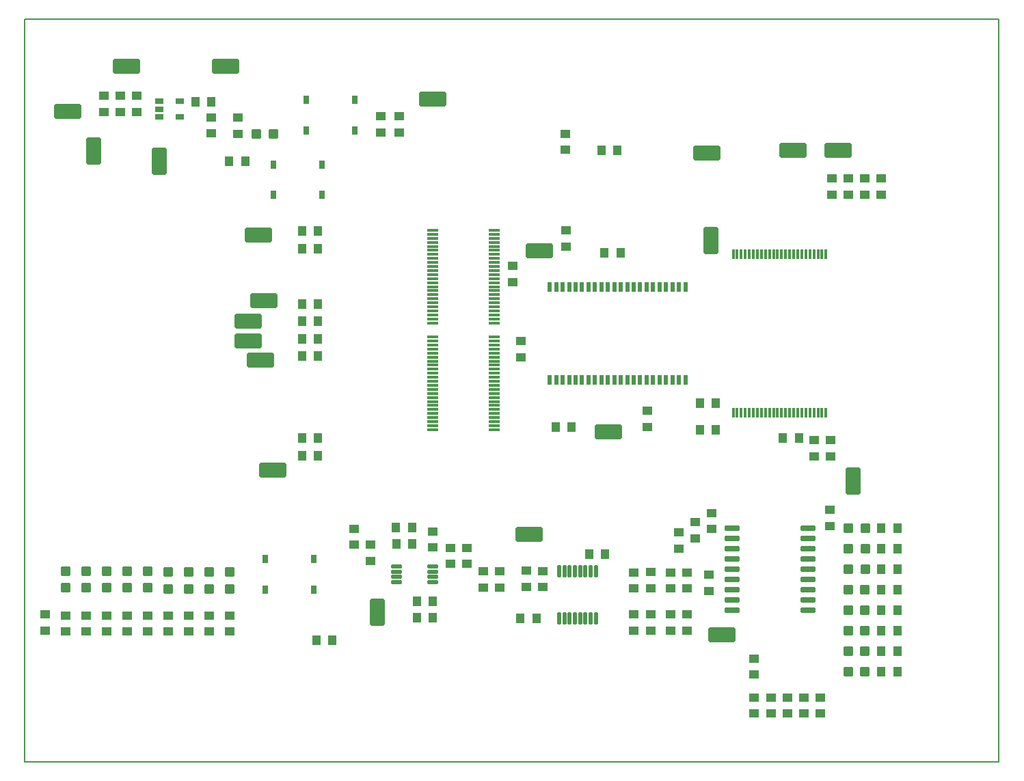
<source format=gtp>
G04*
G04 #@! TF.GenerationSoftware,Altium Limited,Altium Designer,19.1.9 (167)*
G04*
G04 Layer_Color=8421504*
%FSLAX25Y25*%
%MOIN*%
G70*
G01*
G75*
%ADD13C,0.00500*%
G04:AMPARAMS|DCode=19|XSize=39.37mil|YSize=29.53mil|CornerRadius=2.95mil|HoleSize=0mil|Usage=FLASHONLY|Rotation=90.000|XOffset=0mil|YOffset=0mil|HoleType=Round|Shape=RoundedRectangle|*
%AMROUNDEDRECTD19*
21,1,0.03937,0.02362,0,0,90.0*
21,1,0.03347,0.02953,0,0,90.0*
1,1,0.00591,0.01181,0.01673*
1,1,0.00591,0.01181,-0.01673*
1,1,0.00591,-0.01181,-0.01673*
1,1,0.00591,-0.01181,0.01673*
%
%ADD19ROUNDEDRECTD19*%
G04:AMPARAMS|DCode=20|XSize=17.72mil|YSize=59.06mil|CornerRadius=2.22mil|HoleSize=0mil|Usage=FLASHONLY|Rotation=180.000|XOffset=0mil|YOffset=0mil|HoleType=Round|Shape=RoundedRectangle|*
%AMROUNDEDRECTD20*
21,1,0.01772,0.05463,0,0,180.0*
21,1,0.01329,0.05906,0,0,180.0*
1,1,0.00443,-0.00664,0.02731*
1,1,0.00443,0.00664,0.02731*
1,1,0.00443,0.00664,-0.02731*
1,1,0.00443,-0.00664,-0.02731*
%
%ADD20ROUNDEDRECTD20*%
G04:AMPARAMS|DCode=21|XSize=23.62mil|YSize=43.31mil|CornerRadius=2.36mil|HoleSize=0mil|Usage=FLASHONLY|Rotation=90.000|XOffset=0mil|YOffset=0mil|HoleType=Round|Shape=RoundedRectangle|*
%AMROUNDEDRECTD21*
21,1,0.02362,0.03858,0,0,90.0*
21,1,0.01890,0.04331,0,0,90.0*
1,1,0.00472,0.01929,0.00945*
1,1,0.00472,0.01929,-0.00945*
1,1,0.00472,-0.01929,-0.00945*
1,1,0.00472,-0.01929,0.00945*
%
%ADD21ROUNDEDRECTD21*%
G04:AMPARAMS|DCode=22|XSize=17.72mil|YSize=53.15mil|CornerRadius=4.43mil|HoleSize=0mil|Usage=FLASHONLY|Rotation=90.000|XOffset=0mil|YOffset=0mil|HoleType=Round|Shape=RoundedRectangle|*
%AMROUNDEDRECTD22*
21,1,0.01772,0.04429,0,0,90.0*
21,1,0.00886,0.05315,0,0,90.0*
1,1,0.00886,0.02215,0.00443*
1,1,0.00886,0.02215,-0.00443*
1,1,0.00886,-0.02215,-0.00443*
1,1,0.00886,-0.02215,0.00443*
%
%ADD22ROUNDEDRECTD22*%
G04:AMPARAMS|DCode=23|XSize=11.81mil|YSize=55.12mil|CornerRadius=1.18mil|HoleSize=0mil|Usage=FLASHONLY|Rotation=270.000|XOffset=0mil|YOffset=0mil|HoleType=Round|Shape=RoundedRectangle|*
%AMROUNDEDRECTD23*
21,1,0.01181,0.05276,0,0,270.0*
21,1,0.00945,0.05512,0,0,270.0*
1,1,0.00236,-0.02638,-0.00472*
1,1,0.00236,-0.02638,0.00472*
1,1,0.00236,0.02638,0.00472*
1,1,0.00236,0.02638,-0.00472*
%
%ADD23ROUNDEDRECTD23*%
G04:AMPARAMS|DCode=24|XSize=23.62mil|YSize=74.8mil|CornerRadius=3.54mil|HoleSize=0mil|Usage=FLASHONLY|Rotation=90.000|XOffset=0mil|YOffset=0mil|HoleType=Round|Shape=RoundedRectangle|*
%AMROUNDEDRECTD24*
21,1,0.02362,0.06772,0,0,90.0*
21,1,0.01654,0.07480,0,0,90.0*
1,1,0.00709,0.03386,0.00827*
1,1,0.00709,0.03386,-0.00827*
1,1,0.00709,-0.03386,-0.00827*
1,1,0.00709,-0.03386,0.00827*
%
%ADD24ROUNDEDRECTD24*%
G04:AMPARAMS|DCode=25|XSize=135.04mil|YSize=70.08mil|CornerRadius=7.01mil|HoleSize=0mil|Usage=FLASHONLY|Rotation=90.000|XOffset=0mil|YOffset=0mil|HoleType=Round|Shape=RoundedRectangle|*
%AMROUNDEDRECTD25*
21,1,0.13504,0.05606,0,0,90.0*
21,1,0.12102,0.07008,0,0,90.0*
1,1,0.01402,0.02803,0.06051*
1,1,0.01402,0.02803,-0.06051*
1,1,0.01402,-0.02803,-0.06051*
1,1,0.01402,-0.02803,0.06051*
%
%ADD25ROUNDEDRECTD25*%
G04:AMPARAMS|DCode=26|XSize=47.24mil|YSize=47.24mil|CornerRadius=4.72mil|HoleSize=0mil|Usage=FLASHONLY|Rotation=0.000|XOffset=0mil|YOffset=0mil|HoleType=Round|Shape=RoundedRectangle|*
%AMROUNDEDRECTD26*
21,1,0.04724,0.03780,0,0,0.0*
21,1,0.03780,0.04724,0,0,0.0*
1,1,0.00945,0.01890,-0.01890*
1,1,0.00945,-0.01890,-0.01890*
1,1,0.00945,-0.01890,0.01890*
1,1,0.00945,0.01890,0.01890*
%
%ADD26ROUNDEDRECTD26*%
G04:AMPARAMS|DCode=27|XSize=11.81mil|YSize=49.21mil|CornerRadius=1.18mil|HoleSize=0mil|Usage=FLASHONLY|Rotation=0.000|XOffset=0mil|YOffset=0mil|HoleType=Round|Shape=RoundedRectangle|*
%AMROUNDEDRECTD27*
21,1,0.01181,0.04685,0,0,0.0*
21,1,0.00945,0.04921,0,0,0.0*
1,1,0.00236,0.00472,-0.02343*
1,1,0.00236,-0.00472,-0.02343*
1,1,0.00236,-0.00472,0.02343*
1,1,0.00236,0.00472,0.02343*
%
%ADD27ROUNDEDRECTD27*%
G04:AMPARAMS|DCode=28|XSize=21.65mil|YSize=47.24mil|CornerRadius=2.17mil|HoleSize=0mil|Usage=FLASHONLY|Rotation=180.000|XOffset=0mil|YOffset=0mil|HoleType=Round|Shape=RoundedRectangle|*
%AMROUNDEDRECTD28*
21,1,0.02165,0.04291,0,0,180.0*
21,1,0.01732,0.04724,0,0,180.0*
1,1,0.00433,-0.00866,0.02146*
1,1,0.00433,0.00866,0.02146*
1,1,0.00433,0.00866,-0.02146*
1,1,0.00433,-0.00866,-0.02146*
%
%ADD28ROUNDEDRECTD28*%
G04:AMPARAMS|DCode=29|XSize=39.37mil|YSize=49.21mil|CornerRadius=3.94mil|HoleSize=0mil|Usage=FLASHONLY|Rotation=180.000|XOffset=0mil|YOffset=0mil|HoleType=Round|Shape=RoundedRectangle|*
%AMROUNDEDRECTD29*
21,1,0.03937,0.04134,0,0,180.0*
21,1,0.03150,0.04921,0,0,180.0*
1,1,0.00787,-0.01575,0.02067*
1,1,0.00787,0.01575,0.02067*
1,1,0.00787,0.01575,-0.02067*
1,1,0.00787,-0.01575,-0.02067*
%
%ADD29ROUNDEDRECTD29*%
G04:AMPARAMS|DCode=30|XSize=135.04mil|YSize=70.08mil|CornerRadius=7.01mil|HoleSize=0mil|Usage=FLASHONLY|Rotation=0.000|XOffset=0mil|YOffset=0mil|HoleType=Round|Shape=RoundedRectangle|*
%AMROUNDEDRECTD30*
21,1,0.13504,0.05606,0,0,0.0*
21,1,0.12102,0.07008,0,0,0.0*
1,1,0.01402,0.06051,-0.02803*
1,1,0.01402,-0.06051,-0.02803*
1,1,0.01402,-0.06051,0.02803*
1,1,0.01402,0.06051,0.02803*
%
%ADD30ROUNDEDRECTD30*%
G04:AMPARAMS|DCode=31|XSize=39.37mil|YSize=49.21mil|CornerRadius=3.94mil|HoleSize=0mil|Usage=FLASHONLY|Rotation=270.000|XOffset=0mil|YOffset=0mil|HoleType=Round|Shape=RoundedRectangle|*
%AMROUNDEDRECTD31*
21,1,0.03937,0.04134,0,0,270.0*
21,1,0.03150,0.04921,0,0,270.0*
1,1,0.00787,-0.02067,-0.01575*
1,1,0.00787,-0.02067,0.01575*
1,1,0.00787,0.02067,0.01575*
1,1,0.00787,0.02067,-0.01575*
%
%ADD31ROUNDEDRECTD31*%
G04:AMPARAMS|DCode=32|XSize=47.24mil|YSize=47.24mil|CornerRadius=4.72mil|HoleSize=0mil|Usage=FLASHONLY|Rotation=90.000|XOffset=0mil|YOffset=0mil|HoleType=Round|Shape=RoundedRectangle|*
%AMROUNDEDRECTD32*
21,1,0.04724,0.03780,0,0,90.0*
21,1,0.03780,0.04724,0,0,90.0*
1,1,0.00945,0.01890,0.01890*
1,1,0.00945,0.01890,-0.01890*
1,1,0.00945,-0.01890,-0.01890*
1,1,0.00945,-0.01890,0.01890*
%
%ADD32ROUNDEDRECTD32*%
D13*
X0Y0D02*
X475000D01*
Y362500D01*
X0Y0D02*
Y362500D01*
X475000D01*
D19*
X117189Y98882D02*
D03*
X140811D02*
D03*
X117189Y84118D02*
D03*
X140811D02*
D03*
X160811Y308118D02*
D03*
X137189D02*
D03*
X160811Y322882D02*
D03*
X137189D02*
D03*
X121189Y291382D02*
D03*
X144811D02*
D03*
X121189Y276618D02*
D03*
X144811D02*
D03*
D20*
X273339Y92917D02*
D03*
X270779D02*
D03*
X278457D02*
D03*
X275898D02*
D03*
X268220D02*
D03*
X278457Y70083D02*
D03*
X275898D02*
D03*
X270779D02*
D03*
X268220D02*
D03*
X273339D02*
D03*
X265661Y92917D02*
D03*
X263102D02*
D03*
X260543D02*
D03*
X265661Y70083D02*
D03*
X263102D02*
D03*
X260543D02*
D03*
D21*
X75618Y322240D02*
D03*
Y314760D02*
D03*
X65382Y318500D02*
D03*
Y322240D02*
D03*
Y314760D02*
D03*
D22*
X198760Y95339D02*
D03*
Y92779D02*
D03*
Y90220D02*
D03*
Y87661D02*
D03*
X181240D02*
D03*
Y95339D02*
D03*
Y92779D02*
D03*
Y90220D02*
D03*
D23*
X199017Y259378D02*
D03*
Y257410D02*
D03*
Y255441D02*
D03*
Y253472D02*
D03*
Y251504D02*
D03*
Y249535D02*
D03*
Y247567D02*
D03*
Y245598D02*
D03*
Y243630D02*
D03*
Y241661D02*
D03*
Y239693D02*
D03*
Y237724D02*
D03*
Y235756D02*
D03*
Y233787D02*
D03*
Y231819D02*
D03*
Y229850D02*
D03*
Y227882D02*
D03*
Y225913D02*
D03*
Y223945D02*
D03*
Y221976D02*
D03*
Y220008D02*
D03*
Y218039D02*
D03*
Y216071D02*
D03*
Y214102D02*
D03*
X228938Y259378D02*
D03*
Y257410D02*
D03*
Y255441D02*
D03*
Y253472D02*
D03*
Y251504D02*
D03*
Y249535D02*
D03*
Y247567D02*
D03*
Y245598D02*
D03*
Y243630D02*
D03*
Y241661D02*
D03*
Y239693D02*
D03*
Y237724D02*
D03*
Y235756D02*
D03*
Y233787D02*
D03*
Y231819D02*
D03*
Y229850D02*
D03*
Y227882D02*
D03*
Y225913D02*
D03*
Y223945D02*
D03*
Y221976D02*
D03*
Y220008D02*
D03*
Y218039D02*
D03*
Y216071D02*
D03*
Y214102D02*
D03*
X199000Y207307D02*
D03*
Y205339D02*
D03*
Y203370D02*
D03*
Y201402D02*
D03*
Y199433D02*
D03*
Y197465D02*
D03*
Y195496D02*
D03*
Y193528D02*
D03*
Y191559D02*
D03*
Y189591D02*
D03*
Y187622D02*
D03*
Y185653D02*
D03*
Y183685D02*
D03*
Y181717D02*
D03*
Y179748D02*
D03*
Y177779D02*
D03*
Y175811D02*
D03*
Y173843D02*
D03*
Y171874D02*
D03*
Y169905D02*
D03*
Y167937D02*
D03*
Y165969D02*
D03*
Y164000D02*
D03*
Y162031D02*
D03*
X228921Y207307D02*
D03*
Y205339D02*
D03*
Y203370D02*
D03*
Y201402D02*
D03*
Y199433D02*
D03*
Y197465D02*
D03*
Y195496D02*
D03*
Y193528D02*
D03*
Y191559D02*
D03*
Y189591D02*
D03*
Y187622D02*
D03*
Y185653D02*
D03*
Y183685D02*
D03*
Y181717D02*
D03*
Y179748D02*
D03*
Y177779D02*
D03*
Y175811D02*
D03*
Y173843D02*
D03*
Y171874D02*
D03*
Y169905D02*
D03*
Y167937D02*
D03*
Y165969D02*
D03*
Y164000D02*
D03*
Y162031D02*
D03*
D24*
X382004Y109000D02*
D03*
Y114000D02*
D03*
Y99000D02*
D03*
Y104000D02*
D03*
Y89000D02*
D03*
Y94000D02*
D03*
Y79000D02*
D03*
Y84000D02*
D03*
Y74000D02*
D03*
X344996Y109000D02*
D03*
Y114000D02*
D03*
Y104000D02*
D03*
Y94000D02*
D03*
Y99000D02*
D03*
Y89000D02*
D03*
Y84000D02*
D03*
Y79000D02*
D03*
Y74000D02*
D03*
D25*
X404000Y137000D02*
D03*
X33500Y298000D02*
D03*
X172000Y73000D02*
D03*
X65500Y293143D02*
D03*
X334500Y254500D02*
D03*
D26*
X121134Y306500D02*
D03*
X112866D02*
D03*
X401366Y44000D02*
D03*
X409634D02*
D03*
X401366Y54000D02*
D03*
X409634D02*
D03*
X401366Y64000D02*
D03*
X409634D02*
D03*
X401366Y74000D02*
D03*
X409634D02*
D03*
X401366Y84000D02*
D03*
X409634D02*
D03*
X401429Y94000D02*
D03*
X409697D02*
D03*
X401429Y104000D02*
D03*
X409697D02*
D03*
X401429Y114000D02*
D03*
X409697D02*
D03*
D27*
X390638Y247681D02*
D03*
X388669D02*
D03*
X382764D02*
D03*
X386701D02*
D03*
X380795D02*
D03*
X384732D02*
D03*
X376858D02*
D03*
X378827D02*
D03*
X372921D02*
D03*
X374890D02*
D03*
X368984D02*
D03*
X370953D02*
D03*
X390638Y170319D02*
D03*
X386701D02*
D03*
X388669D02*
D03*
X382764D02*
D03*
X384732D02*
D03*
X370953D02*
D03*
X372921D02*
D03*
X368984D02*
D03*
X378827D02*
D03*
X380795D02*
D03*
X374890D02*
D03*
X376858D02*
D03*
X365047Y247681D02*
D03*
X361110D02*
D03*
X367016D02*
D03*
X359142D02*
D03*
X363079D02*
D03*
X355205D02*
D03*
X357173D02*
D03*
X351268D02*
D03*
X353236D02*
D03*
X347331D02*
D03*
X349299D02*
D03*
X345362D02*
D03*
X365047Y170319D02*
D03*
X367016D02*
D03*
X363079D02*
D03*
X359142D02*
D03*
X361110D02*
D03*
X357173D02*
D03*
X345362D02*
D03*
X347331D02*
D03*
X353236D02*
D03*
X355205D02*
D03*
X349299D02*
D03*
X351268D02*
D03*
D28*
X306323Y231638D02*
D03*
X309472D02*
D03*
X300024D02*
D03*
X303173D02*
D03*
X318921D02*
D03*
X322071D02*
D03*
X312622D02*
D03*
X315772D02*
D03*
X293724D02*
D03*
X296874D02*
D03*
X287425D02*
D03*
X290575D02*
D03*
X322071Y186362D02*
D03*
X315772D02*
D03*
X318921D02*
D03*
X309472D02*
D03*
X312622D02*
D03*
X293724D02*
D03*
X296874D02*
D03*
X287425D02*
D03*
X290575D02*
D03*
X303173D02*
D03*
X306323D02*
D03*
X300024D02*
D03*
X281126Y231638D02*
D03*
X284276D02*
D03*
X271677D02*
D03*
X274827D02*
D03*
X277976D02*
D03*
X265378D02*
D03*
X268528D02*
D03*
X259079D02*
D03*
X262228D02*
D03*
X255929D02*
D03*
X281126Y186362D02*
D03*
X284276D02*
D03*
X277976D02*
D03*
X271677D02*
D03*
X274827D02*
D03*
X268528D02*
D03*
X262228D02*
D03*
X265378D02*
D03*
X255929D02*
D03*
X259079D02*
D03*
D29*
X198937Y70500D02*
D03*
X191063D02*
D03*
X377437Y158000D02*
D03*
X369563D02*
D03*
X143000Y250500D02*
D03*
X135126D02*
D03*
X290374Y248500D02*
D03*
X282500D02*
D03*
X150000Y59437D02*
D03*
X142126D02*
D03*
X142937Y149500D02*
D03*
X135063D02*
D03*
X288937Y298500D02*
D03*
X281063D02*
D03*
X266636Y163417D02*
D03*
X258762D02*
D03*
X142937Y158000D02*
D03*
X135063D02*
D03*
X143000Y206500D02*
D03*
X135126D02*
D03*
X143000Y198000D02*
D03*
X135126D02*
D03*
X143000Y215000D02*
D03*
X135126D02*
D03*
X143000Y223500D02*
D03*
X135126D02*
D03*
X143000Y259000D02*
D03*
X135126D02*
D03*
X337000Y175000D02*
D03*
X329126D02*
D03*
X337000Y162000D02*
D03*
X329126D02*
D03*
X107499Y293000D02*
D03*
X99625D02*
D03*
X198937Y78500D02*
D03*
X191063D02*
D03*
X188874Y114500D02*
D03*
X181000D02*
D03*
X189000Y106500D02*
D03*
X181126D02*
D03*
X425437Y44000D02*
D03*
X417563D02*
D03*
X425437Y54000D02*
D03*
X417563D02*
D03*
X425374Y64000D02*
D03*
X417500D02*
D03*
X425374Y74000D02*
D03*
X417500D02*
D03*
X425374Y84000D02*
D03*
X417500D02*
D03*
X425374Y94000D02*
D03*
X417500D02*
D03*
X425374Y104000D02*
D03*
X417500D02*
D03*
X425374Y114000D02*
D03*
X417500D02*
D03*
X282937Y101500D02*
D03*
X275063D02*
D03*
X249500Y70000D02*
D03*
X241626D02*
D03*
X90937Y322000D02*
D03*
X83063D02*
D03*
D30*
X246000Y111000D02*
D03*
X98000Y339500D02*
D03*
X20722Y317278D02*
D03*
X374500Y298500D02*
D03*
X396500D02*
D03*
X340000Y62000D02*
D03*
X49500Y339500D02*
D03*
X121000Y142500D02*
D03*
X251000Y249500D02*
D03*
X109000Y205500D02*
D03*
Y215000D02*
D03*
X116500Y225000D02*
D03*
X114000Y257000D02*
D03*
X332500Y297000D02*
D03*
X284500Y161000D02*
D03*
X115000Y196000D02*
D03*
X199000Y323500D02*
D03*
D31*
X242000Y205374D02*
D03*
Y197500D02*
D03*
X54500Y324937D02*
D03*
Y317063D02*
D03*
X91000Y314500D02*
D03*
Y306626D02*
D03*
X238000Y241937D02*
D03*
Y234063D02*
D03*
X199000Y112437D02*
D03*
Y104563D02*
D03*
X392500Y122874D02*
D03*
Y115000D02*
D03*
X252454Y93126D02*
D03*
Y85252D02*
D03*
X244454Y93189D02*
D03*
Y85315D02*
D03*
X263832Y251504D02*
D03*
Y259378D02*
D03*
X263500Y306437D02*
D03*
Y298563D02*
D03*
X303500Y171291D02*
D03*
Y163417D02*
D03*
X385000Y157000D02*
D03*
Y149126D02*
D03*
X38500Y325000D02*
D03*
Y317126D02*
D03*
X417539Y284508D02*
D03*
Y276634D02*
D03*
X409539Y284508D02*
D03*
Y276634D02*
D03*
X393539Y284508D02*
D03*
Y276634D02*
D03*
X393000Y157000D02*
D03*
Y149126D02*
D03*
X401539Y284508D02*
D03*
Y276634D02*
D03*
X182500Y314874D02*
D03*
Y307000D02*
D03*
X231500Y92874D02*
D03*
Y85000D02*
D03*
X207500Y104437D02*
D03*
Y96563D02*
D03*
X160500Y113811D02*
D03*
Y105937D02*
D03*
X168500D02*
D03*
Y98063D02*
D03*
X223500Y92937D02*
D03*
Y85063D02*
D03*
X215500Y104437D02*
D03*
Y96563D02*
D03*
X100000Y71437D02*
D03*
Y63563D02*
D03*
X90000Y71437D02*
D03*
Y63563D02*
D03*
X80000Y71437D02*
D03*
Y63563D02*
D03*
X70000Y71437D02*
D03*
Y63563D02*
D03*
X335000Y121437D02*
D03*
Y113563D02*
D03*
X388000Y31437D02*
D03*
Y23563D02*
D03*
X364000Y31500D02*
D03*
Y23626D02*
D03*
X355500Y31437D02*
D03*
Y23563D02*
D03*
X327000Y116937D02*
D03*
Y109063D02*
D03*
X319000Y111874D02*
D03*
Y104000D02*
D03*
X355500Y50437D02*
D03*
Y42563D02*
D03*
X60000Y71437D02*
D03*
Y63563D02*
D03*
X380000Y31437D02*
D03*
Y23563D02*
D03*
X372000Y31500D02*
D03*
Y23626D02*
D03*
X333500Y91374D02*
D03*
Y83500D02*
D03*
X50000Y71437D02*
D03*
Y63563D02*
D03*
X40000Y71437D02*
D03*
Y63563D02*
D03*
X30000Y71437D02*
D03*
Y63563D02*
D03*
X20000Y71437D02*
D03*
Y63563D02*
D03*
X322952Y71969D02*
D03*
Y64095D02*
D03*
X314898Y71842D02*
D03*
Y63968D02*
D03*
X296806Y92469D02*
D03*
Y84595D02*
D03*
X305306Y92532D02*
D03*
Y84658D02*
D03*
X322952Y92405D02*
D03*
Y84531D02*
D03*
X314898Y92469D02*
D03*
Y84595D02*
D03*
X296806Y71905D02*
D03*
Y64031D02*
D03*
X305306Y71969D02*
D03*
Y64095D02*
D03*
X46500Y324874D02*
D03*
Y317000D02*
D03*
X173500Y314874D02*
D03*
Y307000D02*
D03*
X10000Y71874D02*
D03*
Y64000D02*
D03*
X104013Y314374D02*
D03*
Y306500D02*
D03*
D32*
X100000Y92571D02*
D03*
Y84303D02*
D03*
X90000Y92634D02*
D03*
Y84366D02*
D03*
X80000Y92634D02*
D03*
Y84366D02*
D03*
X70000Y92634D02*
D03*
Y84366D02*
D03*
X60000Y93134D02*
D03*
Y84866D02*
D03*
X50000Y93134D02*
D03*
Y84866D02*
D03*
X40000Y93134D02*
D03*
Y84866D02*
D03*
X30000Y93134D02*
D03*
Y84866D02*
D03*
X20000Y93134D02*
D03*
Y84866D02*
D03*
M02*

</source>
